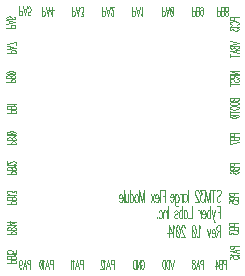
<source format=gbo>
G04 DipTrace 2.4.0.2*
%INSTM32.gbo*%
%MOMM*%
%ADD71C,0.111*%
%ADD72C,0.083*%
%FSLAX53Y53*%
G04*
G71*
G90*
G75*
G01*
%LNBotSilk*%
%LPD*%
X30614Y18244D2*
D71*
X30930D1*
Y17223D1*
Y17758D2*
X30736D1*
X30478Y17904D2*
X30333Y17223D1*
X30381Y17029D1*
X30430Y16931D1*
X30478Y16883D1*
X30503D1*
X30187Y17904D2*
X30333Y17223D1*
X30075Y18244D2*
Y17223D1*
Y17758D2*
X30027Y17856D1*
X29978Y17904D1*
X29905D1*
X29857Y17856D1*
X29808Y17758D1*
X29784Y17612D1*
Y17515D1*
X29808Y17369D1*
X29857Y17273D1*
X29905Y17223D1*
X29978D1*
X30027Y17273D1*
X30075Y17369D1*
X29673Y17612D2*
X29381D1*
Y17710D1*
X29406Y17807D1*
X29430Y17856D1*
X29479Y17904D1*
X29552D1*
X29600Y17856D1*
X29649Y17758D1*
X29673Y17612D1*
Y17515D1*
X29649Y17369D1*
X29600Y17273D1*
X29552Y17223D1*
X29479D1*
X29430Y17273D1*
X29381Y17369D1*
X29270Y17904D2*
Y17223D1*
Y17612D2*
X29246Y17758D1*
X29197Y17856D1*
X29149Y17904D1*
X29076D1*
X28516Y18244D2*
Y17223D1*
X28225D1*
X27822Y17904D2*
Y17223D1*
Y17758D2*
X27871Y17856D1*
X27920Y17904D1*
X27992D1*
X28041Y17856D1*
X28089Y17758D1*
X28114Y17612D1*
Y17515D1*
X28089Y17369D1*
X28041Y17273D1*
X27992Y17223D1*
X27920D1*
X27871Y17273D1*
X27822Y17369D1*
X27711Y18244D2*
Y17223D1*
Y17758D2*
X27662Y17856D1*
X27614Y17904D1*
X27541D1*
X27493Y17856D1*
X27444Y17758D1*
X27420Y17612D1*
Y17515D1*
X27444Y17369D1*
X27493Y17273D1*
X27541Y17223D1*
X27614D1*
X27662Y17273D1*
X27711Y17369D1*
X27041Y17758D2*
X27066Y17856D1*
X27139Y17904D1*
X27212D1*
X27285Y17856D1*
X27309Y17758D1*
X27285Y17661D1*
X27236Y17612D1*
X27114Y17564D1*
X27066Y17515D1*
X27041Y17418D1*
Y17369D1*
X27066Y17273D1*
X27139Y17223D1*
X27212D1*
X27285Y17273D1*
X27309Y17369D1*
X26482Y18244D2*
Y17223D1*
X26371Y17904D2*
Y17223D1*
Y17710D2*
X26298Y17856D1*
X26249Y17904D1*
X26177D1*
X26128Y17856D1*
X26104Y17710D1*
Y17223D1*
X25701Y17758D2*
X25750Y17856D1*
X25798Y17904D1*
X25871D1*
X25920Y17856D1*
X25968Y17758D1*
X25993Y17612D1*
Y17515D1*
X25968Y17369D1*
X25920Y17273D1*
X25871Y17223D1*
X25798D1*
X25750Y17273D1*
X25701Y17369D1*
X25565Y17321D2*
X25590Y17272D1*
X25565Y17223D1*
X25541Y17272D1*
X25565Y17321D1*
X30933Y16153D2*
X30715D1*
X30642Y16202D1*
X30617Y16251D1*
X30593Y16347D1*
Y16445D1*
X30617Y16541D1*
X30642Y16591D1*
X30715Y16639D1*
X30933D1*
Y15618D1*
X30763Y16153D2*
X30593Y15618D1*
X30482Y16007D2*
X30190D1*
Y16105D1*
X30214Y16202D1*
X30239Y16251D1*
X30287Y16299D1*
X30360D1*
X30409Y16251D1*
X30458Y16153D1*
X30482Y16007D1*
Y15910D1*
X30458Y15764D1*
X30409Y15668D1*
X30360Y15618D1*
X30287D1*
X30239Y15668D1*
X30190Y15764D1*
X30079Y16299D2*
X29933Y15618D1*
X29788Y16299D1*
X29229Y16444D2*
X29180Y16493D1*
X29107Y16638D1*
Y15618D1*
X28971Y15716D2*
X28996Y15667D1*
X28971Y15618D1*
X28947Y15667D1*
X28971Y15716D1*
X28690Y16638D2*
X28763Y16590D1*
X28812Y16444D1*
X28836Y16201D1*
Y16055D1*
X28812Y15813D1*
X28763Y15667D1*
X28690Y15618D1*
X28641D1*
X28568Y15667D1*
X28520Y15813D1*
X28495Y16055D1*
Y16201D1*
X28520Y16444D1*
X28568Y16590D1*
X28641Y16638D1*
X28690D1*
X28520Y16444D2*
X28812Y15813D1*
X27912Y16395D2*
Y16444D1*
X27887Y16541D1*
X27863Y16590D1*
X27814Y16638D1*
X27717D1*
X27669Y16590D1*
X27645Y16541D1*
X27620Y16444D1*
Y16347D1*
X27645Y16249D1*
X27693Y16105D1*
X27936Y15618D1*
X27596D1*
X27339Y16638D2*
X27412Y16590D1*
X27461Y16444D1*
X27485Y16201D1*
Y16055D1*
X27461Y15813D1*
X27412Y15667D1*
X27339Y15618D1*
X27291D1*
X27218Y15667D1*
X27169Y15813D1*
X27145Y16055D1*
Y16201D1*
X27169Y16444D1*
X27218Y16590D1*
X27291Y16638D1*
X27339D1*
X27169Y16444D2*
X27461Y15813D1*
X27033Y16444D2*
X26985Y16493D1*
X26912Y16638D1*
Y15618D1*
X26557D2*
Y16638D1*
X26800Y15959D1*
X26436D1*
X30619Y19508D2*
X30667Y19606D1*
X30740Y19654D1*
X30837D1*
X30910Y19606D1*
X30959Y19508D1*
Y19412D1*
X30935Y19314D1*
X30910Y19266D1*
X30862Y19217D1*
X30716Y19120D1*
X30667Y19071D1*
X30643Y19022D1*
X30619Y18925D1*
Y18779D1*
X30667Y18683D1*
X30740Y18633D1*
X30837D1*
X30910Y18683D1*
X30959Y18779D1*
X30338Y19654D2*
Y18633D1*
X30508Y19654D2*
X30168D1*
X29668Y18633D2*
Y19654D1*
X29862Y18633D1*
X30057Y19654D1*
Y18633D1*
X29508Y19653D2*
X29241D1*
X29387Y19265D1*
X29314D1*
X29265Y19216D1*
X29241Y19168D1*
X29217Y19022D1*
Y18925D1*
X29241Y18779D1*
X29290Y18682D1*
X29363Y18633D1*
X29436D1*
X29508Y18682D1*
X29532Y18731D1*
X29557Y18828D1*
X29081Y19411D2*
Y19459D1*
X29057Y19557D1*
X29032Y19605D1*
X28984Y19653D1*
X28886D1*
X28838Y19605D1*
X28814Y19557D1*
X28789Y19459D1*
Y19362D1*
X28814Y19265D1*
X28862Y19120D1*
X29105Y18633D1*
X28765D1*
X28206Y19654D2*
Y18633D1*
X27803Y19314D2*
Y18633D1*
Y19168D2*
X27852Y19266D1*
X27901Y19314D1*
X27973D1*
X28022Y19266D1*
X28070Y19168D1*
X28095Y19022D1*
Y18925D1*
X28070Y18779D1*
X28022Y18683D1*
X27973Y18633D1*
X27901D1*
X27852Y18683D1*
X27803Y18779D1*
X27692Y19314D2*
Y18633D1*
Y19022D2*
X27668Y19168D1*
X27619Y19266D1*
X27570Y19314D1*
X27497D1*
X27095Y19266D2*
Y18487D1*
X27119Y18342D1*
X27143Y18293D1*
X27192Y18245D1*
X27265D1*
X27313Y18293D1*
X27095Y19120D2*
X27143Y19216D1*
X27192Y19266D1*
X27265D1*
X27313Y19216D1*
X27362Y19120D1*
X27386Y18974D1*
Y18876D1*
X27362Y18731D1*
X27313Y18633D1*
X27265Y18585D1*
X27192D1*
X27143Y18633D1*
X27095Y18731D1*
X26984Y19022D2*
X26692D1*
Y19120D1*
X26717Y19217D1*
X26741Y19266D1*
X26790Y19314D1*
X26863D1*
X26911Y19266D1*
X26960Y19168D1*
X26984Y19022D1*
Y18925D1*
X26960Y18779D1*
X26911Y18683D1*
X26863Y18633D1*
X26790D1*
X26741Y18683D1*
X26692Y18779D1*
X25918Y19608D2*
X26234D1*
Y18587D1*
Y19122D2*
X26040D1*
X25807Y19608D2*
Y18587D1*
X25696Y18976D2*
X25404D1*
Y19073D1*
X25428Y19171D1*
X25453Y19219D1*
X25501Y19268D1*
X25574D1*
X25623Y19219D1*
X25672Y19122D1*
X25696Y18976D1*
Y18879D1*
X25672Y18733D1*
X25623Y18636D1*
X25574Y18587D1*
X25501D1*
X25453Y18636D1*
X25404Y18733D1*
X25293Y19268D2*
X25026Y18587D1*
Y19268D2*
X25293Y18587D1*
X24078D2*
Y19608D1*
X24272Y18587D1*
X24467Y19608D1*
Y18587D1*
X23846Y19268D2*
X23894Y19219D1*
X23943Y19122D1*
X23967Y18976D1*
Y18879D1*
X23943Y18733D1*
X23894Y18636D1*
X23846Y18587D1*
X23773D1*
X23724Y18636D1*
X23676Y18733D1*
X23651Y18879D1*
Y18976D1*
X23676Y19122D1*
X23724Y19219D1*
X23773Y19268D1*
X23846D1*
X23248Y19608D2*
Y18587D1*
Y19122D2*
X23297Y19219D1*
X23345Y19268D1*
X23418D1*
X23467Y19219D1*
X23516Y19122D1*
X23540Y18976D1*
Y18879D1*
X23516Y18733D1*
X23467Y18636D1*
X23418Y18587D1*
X23345D1*
X23297Y18636D1*
X23248Y18733D1*
X23137Y19268D2*
Y18781D1*
X23113Y18636D1*
X23064Y18587D1*
X22991D1*
X22943Y18636D1*
X22870Y18781D1*
Y19268D2*
Y18587D1*
X22759Y19608D2*
Y18587D1*
X22648Y18976D2*
X22356D1*
Y19073D1*
X22380Y19171D1*
X22405Y19219D1*
X22453Y19268D1*
X22526D1*
X22575Y19219D1*
X22624Y19122D1*
X22648Y18976D1*
Y18879D1*
X22624Y18733D1*
X22575Y18636D1*
X22526Y18587D1*
X22453D1*
X22405Y18636D1*
X22356Y18733D1*
X13204Y13441D2*
D72*
Y13606D1*
X13241Y13660D1*
X13278Y13678D1*
X13350Y13696D1*
X13460D1*
X13532Y13678D1*
X13569Y13660D1*
X13605Y13606D1*
Y13441D1*
X12840D1*
X13605Y13780D2*
X12840D1*
Y13944D1*
X12877Y13999D1*
X12913Y14017D1*
X12985Y14035D1*
X13095D1*
X13168Y14017D1*
X13204Y13999D1*
X13241Y13944D1*
X13278Y13999D1*
X13314Y14017D1*
X13386Y14035D1*
X13460D1*
X13532Y14017D1*
X13569Y13999D1*
X13605Y13944D1*
Y13780D1*
X13241D2*
Y13944D1*
X13459Y14118D2*
X13496Y14155D1*
X13604Y14210D1*
X12840D1*
X13604Y14512D2*
Y14330D1*
X13277Y14312D1*
X13313Y14330D1*
X13350Y14384D1*
Y14439D1*
X13313Y14494D1*
X13241Y14530D1*
X13131Y14548D1*
X13059D1*
X12949Y14530D1*
X12876Y14494D1*
X12840Y14439D1*
Y14384D1*
X12876Y14330D1*
X12913Y14312D1*
X12985Y14293D1*
X13202Y15873D2*
Y16037D1*
X13238Y16091D1*
X13275Y16110D1*
X13347Y16128D1*
X13457D1*
X13529Y16110D1*
X13566Y16091D1*
X13603Y16037D1*
Y15873D1*
X12837D1*
X13603Y16211D2*
X12837D1*
Y16376D1*
X12874Y16430D1*
X12910Y16448D1*
X12983Y16467D1*
X13092D1*
X13165Y16448D1*
X13202Y16430D1*
X13238Y16376D1*
X13275Y16430D1*
X13311Y16448D1*
X13384Y16467D1*
X13457D1*
X13529Y16448D1*
X13566Y16430D1*
X13603Y16376D1*
Y16211D1*
X13238D2*
Y16376D1*
X13456Y16550D2*
X13493Y16586D1*
X13602Y16641D1*
X12837D1*
Y16907D2*
X13602D1*
X13092Y16725D1*
Y16998D1*
X13218Y18458D2*
Y18622D1*
X13255Y18676D1*
X13292Y18695D1*
X13364Y18713D1*
X13474D1*
X13546Y18695D1*
X13583Y18676D1*
X13619Y18622D1*
Y18458D1*
X12854D1*
X13619Y18796D2*
X12854D1*
Y18961D1*
X12891Y19015D1*
X12927Y19033D1*
X12999Y19052D1*
X13109D1*
X13182Y19033D1*
X13218Y19015D1*
X13255Y18961D1*
X13292Y19015D1*
X13328Y19033D1*
X13400Y19052D1*
X13474D1*
X13546Y19033D1*
X13583Y19015D1*
X13619Y18961D1*
Y18796D1*
X13255D2*
Y18961D1*
X13473Y19135D2*
X13510Y19172D1*
X13619Y19226D1*
X12854D1*
X13619Y19346D2*
Y19546D1*
X13327Y19437D1*
Y19492D1*
X13291Y19528D1*
X13255Y19546D1*
X13145Y19565D1*
X13073D1*
X12963Y19546D1*
X12890Y19510D1*
X12854Y19455D1*
Y19401D1*
X12890Y19346D1*
X12927Y19328D1*
X12999Y19310D1*
X13214Y20963D2*
Y21127D1*
X13251Y21182D1*
X13288Y21200D1*
X13360Y21218D1*
X13470D1*
X13542Y21200D1*
X13579Y21182D1*
X13615Y21127D1*
Y20963D1*
X12850D1*
X13615Y21302D2*
X12850D1*
Y21466D1*
X12887Y21521D1*
X12923Y21539D1*
X12995Y21557D1*
X13105D1*
X13178Y21539D1*
X13214Y21521D1*
X13251Y21466D1*
X13288Y21521D1*
X13324Y21539D1*
X13396Y21557D1*
X13470D1*
X13542Y21539D1*
X13579Y21521D1*
X13615Y21466D1*
Y21302D1*
X13251D2*
Y21466D1*
X13469Y21640D2*
X13506Y21677D1*
X13615Y21732D1*
X12850D1*
X13433Y21833D2*
X13469D1*
X13542Y21852D1*
X13578Y21870D1*
X13615Y21906D1*
Y21979D1*
X13578Y22015D1*
X13542Y22033D1*
X13469Y22052D1*
X13396D1*
X13323Y22033D1*
X13215Y21997D1*
X12850Y21815D1*
Y22070D1*
X13211Y23483D2*
Y23647D1*
X13248Y23701D1*
X13285Y23720D1*
X13357Y23738D1*
X13467D1*
X13539Y23720D1*
X13576Y23701D1*
X13612Y23647D1*
Y23483D1*
X12847D1*
X13612Y23821D2*
X12847D1*
Y23986D1*
X12884Y24040D1*
X12920Y24059D1*
X12992Y24077D1*
X13102D1*
X13175Y24059D1*
X13211Y24040D1*
X13248Y23986D1*
X13285Y24040D1*
X13321Y24059D1*
X13393Y24077D1*
X13467D1*
X13539Y24059D1*
X13576Y24040D1*
X13612Y23986D1*
Y23821D1*
X13248D2*
Y23986D1*
X13466Y24160D2*
X13503Y24197D1*
X13611Y24251D1*
X12847D1*
X13611Y24444D2*
X13575Y24389D1*
X13466Y24353D1*
X13284Y24335D1*
X13174D1*
X12992Y24353D1*
X12883Y24389D1*
X12847Y24444D1*
Y24480D1*
X12883Y24535D1*
X12992Y24571D1*
X13174Y24590D1*
X13284D1*
X13466Y24571D1*
X13575Y24535D1*
X13611Y24480D1*
Y24444D1*
X13466Y24571D2*
X12992Y24353D1*
X13171Y33375D2*
Y33539D1*
X13208Y33593D1*
X13245Y33612D1*
X13317Y33630D1*
X13427D1*
X13499Y33612D1*
X13536Y33593D1*
X13572Y33539D1*
Y33375D1*
X12807D1*
Y34005D2*
X13572Y33859D1*
X12807Y33713D1*
X13062Y33768D2*
Y33950D1*
X13463Y34307D2*
X13535Y34289D1*
X13572Y34234D1*
Y34198D1*
X13535Y34143D1*
X13426Y34107D1*
X13244Y34088D1*
X13062D1*
X12916Y34107D1*
X12843Y34143D1*
X12807Y34198D1*
Y34216D1*
X12843Y34270D1*
X12916Y34307D1*
X13026Y34325D1*
X13062D1*
X13171Y34307D1*
X13244Y34270D1*
X13280Y34216D1*
Y34198D1*
X13244Y34143D1*
X13171Y34107D1*
X13062Y34088D1*
X13187Y31208D2*
Y31373D1*
X13224Y31427D1*
X13261Y31445D1*
X13333Y31464D1*
X13443D1*
X13515Y31445D1*
X13552Y31427D1*
X13588Y31373D1*
Y31208D1*
X12823D1*
Y31839D2*
X13588Y31693D1*
X12823Y31547D1*
X13078Y31602D2*
Y31784D1*
X12823Y31995D2*
X13587Y32177D1*
Y31922D1*
X13180Y28739D2*
Y28903D1*
X13216Y28957D1*
X13253Y28976D1*
X13326Y28994D1*
X13435D1*
X13508Y28976D1*
X13545Y28957D1*
X13581Y28903D1*
Y28739D1*
X12815D1*
X13581Y29077D2*
X12815D1*
Y29241D1*
X12852Y29296D1*
X12889Y29314D1*
X12961Y29332D1*
X13071D1*
X13144Y29314D1*
X13180Y29296D1*
X13216Y29241D1*
X13253Y29296D1*
X13290Y29314D1*
X13362Y29332D1*
X13435D1*
X13508Y29314D1*
X13545Y29296D1*
X13581Y29241D1*
Y29077D1*
X13216D2*
Y29241D1*
X13580Y29525D2*
X13544Y29470D1*
X13435Y29434D1*
X13253Y29416D1*
X13143D1*
X12961Y29434D1*
X12852Y29470D1*
X12815Y29525D1*
Y29561D1*
X12852Y29616D1*
X12961Y29652D1*
X13143Y29671D1*
X13253D1*
X13435Y29652D1*
X13544Y29616D1*
X13580Y29561D1*
Y29525D1*
X13435Y29652D2*
X12961Y29434D1*
X13201Y26180D2*
Y26344D1*
X13237Y26398D1*
X13274Y26417D1*
X13346Y26435D1*
X13456D1*
X13528Y26417D1*
X13565Y26398D1*
X13602Y26344D1*
Y26180D1*
X12836D1*
X13602Y26518D2*
X12836D1*
Y26682D1*
X12873Y26737D1*
X12909Y26755D1*
X12982Y26773D1*
X13091D1*
X13165Y26755D1*
X13201Y26737D1*
X13237Y26682D1*
X13274Y26737D1*
X13310Y26755D1*
X13383Y26773D1*
X13456D1*
X13528Y26755D1*
X13565Y26737D1*
X13602Y26682D1*
Y26518D1*
X13237D2*
Y26682D1*
X13455Y26857D2*
X13492Y26893D1*
X13601Y26948D1*
X12836D1*
X31413Y13341D2*
X31249D1*
X31194Y13377D1*
X31176Y13415D1*
X31158Y13487D1*
Y13596D1*
X31176Y13669D1*
X31194Y13706D1*
X31249Y13742D1*
X31413D1*
Y12977D1*
X31074Y13742D2*
Y12977D1*
X30910D1*
X30855Y13014D1*
X30837Y13050D1*
X30819Y13122D1*
Y13232D1*
X30837Y13305D1*
X30855Y13341D1*
X30910Y13377D1*
X30855Y13415D1*
X30837Y13451D1*
X30819Y13523D1*
Y13596D1*
X30837Y13669D1*
X30855Y13706D1*
X30910Y13742D1*
X31074D1*
Y13377D2*
X30910D1*
X30553Y12977D2*
Y13741D1*
X30736Y13232D1*
X30463D1*
X29485Y13327D2*
X29321D1*
X29267Y13363D1*
X29248Y13400D1*
X29230Y13473D1*
Y13582D1*
X29248Y13655D1*
X29267Y13692D1*
X29321Y13728D1*
X29485D1*
Y12962D1*
X28855D2*
X29001Y13728D1*
X29147Y12962D1*
X29092Y13218D2*
X28910D1*
X28681Y13727D2*
X28735Y13691D1*
X28753Y13618D1*
Y13545D1*
X28735Y13473D1*
X28699Y13436D1*
X28626Y13399D1*
X28571Y13363D1*
X28535Y13290D1*
X28517Y13218D1*
Y13108D1*
X28535Y13036D1*
X28553Y12999D1*
X28608Y12962D1*
X28681D1*
X28735Y12999D1*
X28753Y13036D1*
X28772Y13108D1*
Y13218D1*
X28753Y13290D1*
X28717Y13363D1*
X28662Y13399D1*
X28590Y13436D1*
X28553Y13473D1*
X28535Y13545D1*
Y13618D1*
X28553Y13691D1*
X28608Y13727D1*
X28681D1*
X16747Y13335D2*
X16582D1*
X16528Y13372D1*
X16509Y13409D1*
X16491Y13481D1*
Y13591D1*
X16509Y13663D1*
X16528Y13700D1*
X16582Y13736D1*
X16747D1*
Y12971D1*
X16116D2*
X16262Y13736D1*
X16408Y12971D1*
X16353Y13226D2*
X16171D1*
X16033Y13590D2*
X15996Y13627D1*
X15941Y13736D1*
Y12971D1*
X15749Y13736D2*
X15803Y13699D1*
X15840Y13590D1*
X15858Y13408D1*
Y13298D1*
X15840Y13116D1*
X15803Y13007D1*
X15749Y12971D1*
X15712D1*
X15658Y13007D1*
X15621Y13116D1*
X15603Y13298D1*
Y13408D1*
X15621Y13590D1*
X15658Y13699D1*
X15712Y13736D1*
X15749D1*
X15621Y13590D2*
X15840Y13116D1*
X19282Y13335D2*
X19118D1*
X19064Y13371D1*
X19045Y13408D1*
X19027Y13481D1*
Y13590D1*
X19045Y13662D1*
X19064Y13700D1*
X19118Y13736D1*
X19282D1*
Y12970D1*
X18652D2*
X18798Y13736D1*
X18944Y12970D1*
X18889Y13225D2*
X18707D1*
X18569Y13589D2*
X18532Y13626D1*
X18477Y13735D1*
Y12970D1*
X18394Y13589D2*
X18357Y13626D1*
X18302Y13735D1*
Y12970D1*
X21912Y13343D2*
X21748D1*
X21693Y13380D1*
X21675Y13417D1*
X21657Y13489D1*
Y13599D1*
X21675Y13671D1*
X21693Y13708D1*
X21748Y13744D1*
X21912D1*
Y12979D1*
X21281D2*
X21428Y13744D1*
X21573Y12979D1*
X21519Y13234D2*
X21336D1*
X21198Y13598D2*
X21161Y13635D1*
X21107Y13744D1*
Y12979D1*
X21005Y13562D2*
Y13598D1*
X20987Y13671D1*
X20969Y13707D1*
X20932Y13744D1*
X20859D1*
X20823Y13707D1*
X20805Y13671D1*
X20786Y13598D1*
Y13525D1*
X20805Y13452D1*
X20841Y13343D1*
X21023Y12979D1*
X20768D1*
X24183Y13531D2*
X24201Y13603D1*
X24238Y13676D1*
X24274Y13712D1*
X24347D1*
X24383Y13676D1*
X24420Y13603D1*
X24438Y13531D1*
X24456Y13421D1*
Y13238D1*
X24438Y13130D1*
X24420Y13056D1*
X24383Y12984D1*
X24347Y12947D1*
X24274D1*
X24238Y12984D1*
X24201Y13056D1*
X24183Y13130D1*
Y13238D1*
X24274D1*
X23844Y13712D2*
Y12947D1*
X24100Y13712D1*
Y12947D1*
X23761Y13712D2*
Y12947D1*
X23633D1*
X23579Y12984D1*
X23542Y13056D1*
X23524Y13130D1*
X23506Y13238D1*
Y13421D1*
X23524Y13531D1*
X23542Y13603D1*
X23579Y13676D1*
X23633Y13712D1*
X23761D1*
X26971Y13738D2*
X26825Y12972D1*
X26679Y13738D1*
X26596D2*
Y12972D1*
X26468D1*
X26414Y13009D1*
X26377Y13082D1*
X26359Y13155D1*
X26341Y13264D1*
Y13446D1*
X26359Y13556D1*
X26377Y13628D1*
X26414Y13702D1*
X26468Y13738D1*
X26596D1*
X26257D2*
Y12972D1*
X26130D1*
X26075Y13009D1*
X26038Y13082D1*
X26020Y13155D1*
X26002Y13264D1*
Y13446D1*
X26020Y13556D1*
X26038Y13628D1*
X26075Y13702D1*
X26130Y13738D1*
X26257D1*
X14839Y13335D2*
X14675D1*
X14620Y13371D1*
X14602Y13408D1*
X14584Y13480D1*
Y13590D1*
X14602Y13662D1*
X14620Y13699D1*
X14675Y13735D1*
X14839D1*
Y12970D1*
X14209D2*
X14355Y13735D1*
X14500Y12970D1*
X14446Y13225D2*
X14263D1*
X13888Y13480D2*
X13907Y13371D1*
X13943Y13297D1*
X13998Y13261D1*
X14016D1*
X14070Y13297D1*
X14107Y13371D1*
X14125Y13480D1*
Y13516D1*
X14107Y13626D1*
X14070Y13698D1*
X14016Y13735D1*
X13998D1*
X13943Y13698D1*
X13907Y13626D1*
X13888Y13480D1*
Y13297D1*
X13907Y13116D1*
X13943Y13006D1*
X13998Y12970D1*
X14034D1*
X14089Y13006D1*
X14107Y13079D1*
X31721Y29449D2*
X32487D1*
X31721Y29705D1*
X32487D1*
X32086Y29366D2*
Y29202D1*
X32049Y29148D1*
X32013Y29129D1*
X31940Y29111D1*
X31867D1*
X31795Y29129D1*
X31757Y29148D1*
X31721Y29202D1*
Y29366D1*
X32487D1*
X32086Y29239D2*
X32487Y29111D1*
X31831Y28772D2*
X31757Y28809D1*
X31721Y28863D1*
Y28936D1*
X31757Y28991D1*
X31831Y29028D1*
X31903D1*
X31976Y29009D1*
X32013Y28991D1*
X32049Y28955D1*
X32122Y28845D1*
X32158Y28809D1*
X32195Y28790D1*
X32268Y28772D1*
X32377D1*
X32450Y28809D1*
X32487Y28863D1*
Y28936D1*
X32450Y28991D1*
X32377Y29028D1*
X31721Y28561D2*
X32487D1*
X31721Y28689D2*
Y28434D1*
X31708Y27443D2*
X32473D1*
Y27278D1*
X32436Y27224D1*
X32400Y27206D1*
X32328Y27187D1*
X32218D1*
X32145Y27206D1*
X32109Y27224D1*
X32073Y27278D1*
X32035Y27224D1*
X31999Y27206D1*
X31927Y27187D1*
X31854D1*
X31781Y27206D1*
X31744Y27224D1*
X31708Y27278D1*
Y27443D1*
X32073D2*
Y27278D1*
X31708Y26995D2*
X31744Y27031D1*
X31817Y27068D1*
X31890Y27086D1*
X31999Y27104D1*
X32182D1*
X32291Y27086D1*
X32364Y27068D1*
X32436Y27031D1*
X32473Y26995D1*
Y26922D1*
X32436Y26886D1*
X32364Y26849D1*
X32291Y26831D1*
X32182Y26813D1*
X31999D1*
X31890Y26831D1*
X31817Y26849D1*
X31744Y26886D1*
X31708Y26922D1*
Y26995D1*
Y26620D2*
X31744Y26657D1*
X31817Y26693D1*
X31890Y26711D1*
X31999Y26729D1*
X32182D1*
X32291Y26711D1*
X32364Y26693D1*
X32436Y26657D1*
X32473Y26620D1*
Y26547D1*
X32436Y26511D1*
X32364Y26474D1*
X32291Y26456D1*
X32182Y26438D1*
X31999D1*
X31890Y26456D1*
X31817Y26474D1*
X31744Y26511D1*
X31708Y26547D1*
Y26620D1*
Y26227D2*
X32473D1*
X31708Y26355D2*
Y26099D1*
X31709Y25907D2*
X31745Y25961D1*
X31854Y25998D1*
X32036Y26016D1*
X32146D1*
X32328Y25998D1*
X32437Y25961D1*
X32473Y25907D1*
Y25870D1*
X32437Y25816D1*
X32328Y25779D1*
X32146Y25761D1*
X32036D1*
X31854Y25779D1*
X31745Y25816D1*
X31709Y25870D1*
Y25907D1*
X31854Y25779D2*
X32328Y25998D1*
X32098Y19383D2*
Y19218D1*
X32061Y19164D1*
X32024Y19146D1*
X31952Y19127D1*
X31842D1*
X31770Y19146D1*
X31733Y19164D1*
X31697Y19218D1*
Y19383D1*
X32462D1*
X31697Y19044D2*
X32462D1*
Y18880D1*
X32425Y18825D1*
X32389Y18807D1*
X32317Y18789D1*
X32207D1*
X32134Y18807D1*
X32098Y18825D1*
X32061Y18880D1*
X32024Y18825D1*
X31988Y18807D1*
X31916Y18789D1*
X31842D1*
X31770Y18807D1*
X31733Y18825D1*
X31697Y18880D1*
Y19044D1*
X32061D2*
Y18880D1*
X31697Y18487D2*
Y18669D1*
X32025Y18687D1*
X31989Y18669D1*
X31952Y18614D1*
Y18560D1*
X31989Y18505D1*
X32061Y18468D1*
X32171Y18450D1*
X32243D1*
X32353Y18468D1*
X32426Y18505D1*
X32462Y18560D1*
Y18614D1*
X32426Y18669D1*
X32389Y18687D1*
X32317Y18706D1*
X32106Y21926D2*
Y21761D1*
X32070Y21707D1*
X32033Y21689D1*
X31960Y21671D1*
X31851D1*
X31778Y21689D1*
X31741Y21707D1*
X31705Y21761D1*
Y21926D1*
X32471D1*
X31705Y21587D2*
X32471D1*
Y21423D1*
X32434Y21368D1*
X32397Y21350D1*
X32325Y21332D1*
X32215D1*
X32142Y21350D1*
X32106Y21368D1*
X32070Y21423D1*
X32033Y21368D1*
X31996Y21350D1*
X31924Y21332D1*
X31851D1*
X31778Y21350D1*
X31741Y21368D1*
X31705Y21423D1*
Y21587D1*
X32070D2*
Y21423D1*
X31815Y21030D2*
X31742Y21048D1*
X31706Y21103D1*
Y21139D1*
X31742Y21194D1*
X31852Y21231D1*
X32034Y21249D1*
X32215D1*
X32361Y21231D1*
X32434Y21194D1*
X32471Y21139D1*
Y21121D1*
X32434Y21067D1*
X32361Y21030D1*
X32252Y21012D1*
X32215D1*
X32106Y21030D1*
X32034Y21067D1*
X31997Y21121D1*
Y21139D1*
X32034Y21194D1*
X32106Y21231D1*
X32215Y21249D1*
X32107Y24431D2*
Y24267D1*
X32070Y24213D1*
X32033Y24194D1*
X31961Y24176D1*
X31851D1*
X31779Y24194D1*
X31742Y24213D1*
X31706Y24267D1*
Y24431D1*
X32471D1*
X31706Y24093D2*
X32471D1*
Y23929D1*
X32434Y23874D1*
X32398Y23856D1*
X32326Y23838D1*
X32216D1*
X32143Y23856D1*
X32107Y23874D1*
X32070Y23929D1*
X32033Y23874D1*
X31997Y23856D1*
X31925Y23838D1*
X31851D1*
X31779Y23856D1*
X31742Y23874D1*
X31706Y23929D1*
Y24093D1*
X32070D2*
Y23929D1*
X32471Y23681D2*
X31706Y23499D1*
Y23754D1*
X32092Y16828D2*
Y16664D1*
X32056Y16610D1*
X32019Y16591D1*
X31947Y16573D1*
X31837D1*
X31765Y16591D1*
X31728Y16610D1*
X31691Y16664D1*
Y16828D1*
X32457D1*
X31691Y16490D2*
X32457D1*
Y16326D1*
X32420Y16271D1*
X32384Y16253D1*
X32311Y16235D1*
X32202D1*
X32129Y16253D1*
X32092Y16271D1*
X32056Y16326D1*
X32019Y16271D1*
X31983Y16253D1*
X31910Y16235D1*
X31837D1*
X31765Y16253D1*
X31728Y16271D1*
X31691Y16326D1*
Y16490D1*
X32056D2*
Y16326D1*
X31692Y16115D2*
Y15915D1*
X31984Y16024D1*
Y15969D1*
X32020Y15933D1*
X32056Y15915D1*
X32166Y15896D1*
X32238D1*
X32348Y15915D1*
X32421Y15951D1*
X32457Y16006D1*
Y16060D1*
X32421Y16115D1*
X32384Y16133D1*
X32311Y16151D1*
X32108Y14922D2*
Y14758D1*
X32072Y14704D1*
X32035Y14685D1*
X31962Y14667D1*
X31853D1*
X31780Y14685D1*
X31743Y14704D1*
X31707Y14758D1*
Y14922D1*
X32473D1*
Y14292D2*
X31707Y14438D1*
X32473Y14584D1*
X32217Y14529D2*
Y14347D1*
X31853Y14209D2*
X31816Y14172D1*
X31708Y14117D1*
X32473D1*
X31708Y13815D2*
Y13997D1*
X32035Y14015D1*
X31999Y13997D1*
X31962Y13942D1*
Y13888D1*
X31999Y13833D1*
X32072Y13797D1*
X32181Y13779D1*
X32254D1*
X32363Y13797D1*
X32436Y13833D1*
X32473Y13888D1*
Y13942D1*
X32436Y13997D1*
X32399Y14015D1*
X32327Y14034D1*
X31721Y32228D2*
X32487Y32082D1*
X31721Y31936D1*
Y31853D2*
X32487D1*
Y31689D1*
X32450Y31634D1*
X32414Y31616D1*
X32341Y31598D1*
X32232D1*
X32158Y31616D1*
X32122Y31634D1*
X32086Y31689D1*
X32049Y31634D1*
X32013Y31616D1*
X31940Y31598D1*
X31867D1*
X31795Y31616D1*
X31758Y31634D1*
X31721Y31689D1*
Y31853D1*
X32086D2*
Y31689D1*
X32487Y31223D2*
X31721Y31369D1*
X32487Y31515D1*
X32232Y31460D2*
Y31277D1*
X31721Y31012D2*
X32487D1*
X31721Y31139D2*
Y30884D1*
X32124Y34240D2*
Y34076D1*
X32088Y34022D1*
X32051Y34003D1*
X31979Y33985D1*
X31869D1*
X31797Y34003D1*
X31760Y34022D1*
X31723Y34076D1*
Y34240D1*
X32489D1*
X31905Y33628D2*
X31833Y33646D1*
X31760Y33683D1*
X31723Y33719D1*
Y33792D1*
X31760Y33829D1*
X31833Y33865D1*
X31905Y33883D1*
X32015Y33902D1*
X32198D1*
X32306Y33883D1*
X32380Y33865D1*
X32452Y33829D1*
X32489Y33792D1*
Y33719D1*
X32452Y33683D1*
X32380Y33646D1*
X32306Y33628D1*
X31870Y33545D2*
X31833Y33508D1*
X31724Y33453D1*
X32489D1*
X31724Y33334D2*
Y33133D1*
X32016Y33243D1*
Y33188D1*
X32052Y33152D1*
X32088Y33133D1*
X32198Y33115D1*
X32270D1*
X32380Y33133D1*
X32453Y33170D1*
X32489Y33224D1*
Y33279D1*
X32453Y33334D1*
X32416Y33352D1*
X32343Y33370D1*
X28549Y34793D2*
X28713D1*
X28767Y34757D1*
X28786Y34720D1*
X28804Y34647D1*
Y34538D1*
X28786Y34465D1*
X28767Y34428D1*
X28713Y34392D1*
X28549D1*
Y35158D1*
X28887Y34392D2*
Y35158D1*
X29052D1*
X29106Y35121D1*
X29124Y35085D1*
X29142Y35012D1*
Y34903D1*
X29124Y34829D1*
X29106Y34793D1*
X29052Y34757D1*
X29106Y34720D1*
X29124Y34684D1*
X29142Y34611D1*
Y34538D1*
X29124Y34465D1*
X29106Y34428D1*
X29052Y34392D1*
X28887D1*
Y34757D2*
X29052D1*
X29463Y34647D2*
X29444Y34757D1*
X29408Y34830D1*
X29353Y34866D1*
X29335D1*
X29281Y34830D1*
X29244Y34757D1*
X29226Y34647D1*
Y34611D1*
X29244Y34502D1*
X29281Y34429D1*
X29335Y34393D1*
X29353D1*
X29408Y34429D1*
X29444Y34502D1*
X29463Y34647D1*
Y34830D1*
X29444Y35012D1*
X29408Y35122D1*
X29353Y35158D1*
X29317D1*
X29262Y35122D1*
X29244Y35048D1*
X30646Y34779D2*
X30810D1*
X30864Y34743D1*
X30883Y34706D1*
X30901Y34633D1*
Y34524D1*
X30883Y34452D1*
X30864Y34414D1*
X30810Y34378D1*
X30646D1*
Y35144D1*
X30984Y34378D2*
Y35144D1*
X31149D1*
X31203Y35107D1*
X31222Y35071D1*
X31240Y34998D1*
Y34889D1*
X31222Y34815D1*
X31203Y34779D1*
X31149Y34743D1*
X31203Y34706D1*
X31222Y34670D1*
X31240Y34597D1*
Y34524D1*
X31222Y34452D1*
X31203Y34414D1*
X31149Y34378D1*
X30984D1*
Y34743D2*
X31149D1*
X31414Y34379D2*
X31360Y34415D1*
X31341Y34488D1*
Y34561D1*
X31360Y34633D1*
X31396Y34671D1*
X31469Y34707D1*
X31523Y34743D1*
X31560Y34816D1*
X31578Y34889D1*
Y34998D1*
X31560Y35071D1*
X31542Y35108D1*
X31487Y35144D1*
X31414D1*
X31360Y35108D1*
X31341Y35071D1*
X31323Y34998D1*
Y34889D1*
X31341Y34816D1*
X31378Y34743D1*
X31432Y34707D1*
X31505Y34671D1*
X31542Y34633D1*
X31560Y34561D1*
Y34488D1*
X31542Y34415D1*
X31487Y34379D1*
X31414D1*
X25962Y34791D2*
X26127D1*
X26181Y34755D1*
X26199Y34718D1*
X26218Y34645D1*
Y34536D1*
X26199Y34464D1*
X26181Y34426D1*
X26127Y34390D1*
X25962D1*
Y35156D1*
X26593D2*
X26447Y34390D1*
X26301Y35156D1*
X26356Y34901D2*
X26538D1*
X26786Y34391D2*
X26731Y34427D1*
X26694Y34537D1*
X26676Y34719D1*
Y34828D1*
X26694Y35010D1*
X26731Y35120D1*
X26786Y35156D1*
X26822D1*
X26877Y35120D1*
X26913Y35010D1*
X26931Y34828D1*
Y34719D1*
X26913Y34537D1*
X26877Y34427D1*
X26822Y34391D1*
X26786D1*
X26913Y34537D2*
X26694Y35010D1*
X23474Y34790D2*
X23638D1*
X23692Y34754D1*
X23711Y34716D1*
X23729Y34644D1*
Y34535D1*
X23711Y34462D1*
X23692Y34425D1*
X23638Y34389D1*
X23474D1*
Y35154D1*
X24104D2*
X23958Y34389D1*
X23812Y35154D1*
X23867Y34899D2*
X24049D1*
X24188Y34535D2*
X24224Y34498D1*
X24279Y34390D1*
Y35154D1*
X20922Y34797D2*
X21086D1*
X21141Y34761D1*
X21159Y34724D1*
X21177Y34652D1*
Y34542D1*
X21159Y34470D1*
X21141Y34433D1*
X21086Y34396D1*
X20922D1*
Y35162D1*
X21553D2*
X21407Y34396D1*
X21261Y35162D1*
X21316Y34907D2*
X21498D1*
X21655Y34579D2*
Y34543D1*
X21673Y34470D1*
X21691Y34433D1*
X21727Y34397D1*
X21800D1*
X21836Y34433D1*
X21855Y34470D1*
X21873Y34543D1*
Y34615D1*
X21855Y34689D1*
X21818Y34797D1*
X21636Y35162D1*
X21891D1*
X18349Y34782D2*
X18513D1*
X18568Y34746D1*
X18586Y34709D1*
X18604Y34636D1*
Y34527D1*
X18586Y34454D1*
X18568Y34417D1*
X18513Y34381D1*
X18349D1*
Y35147D1*
X18980D2*
X18834Y34381D1*
X18688Y35147D1*
X18743Y34892D2*
X18925D1*
X19100Y34382D2*
X19300D1*
X19191Y34673D1*
X19245D1*
X19282Y34710D1*
X19300Y34746D1*
X19318Y34855D1*
Y34928D1*
X19300Y35037D1*
X19263Y35111D1*
X19209Y35147D1*
X19154D1*
X19100Y35111D1*
X19082Y35074D1*
X19063Y35001D1*
X15814Y34799D2*
X15979D1*
X16033Y34762D1*
X16052Y34725D1*
X16070Y34653D1*
Y34543D1*
X16051Y34471D1*
X16033Y34434D1*
X15979Y34398D1*
X15814D1*
Y35163D1*
X16445D2*
X16299Y34398D1*
X16153Y35163D1*
X16208Y34908D2*
X16390D1*
X16710Y35163D2*
Y34399D1*
X16528Y34908D1*
X16801D1*
X13892Y34809D2*
X14056D1*
X14111Y34773D1*
X14129Y34736D1*
X14147Y34663D1*
Y34554D1*
X14129Y34481D1*
X14111Y34444D1*
X14056Y34408D1*
X13892D1*
Y35174D1*
X14522D2*
X14376Y34408D1*
X14231Y35174D1*
X14285Y34919D2*
X14468D1*
X14824Y34409D2*
X14642D1*
X14624Y34737D1*
X14642Y34700D1*
X14697Y34663D1*
X14751D1*
X14806Y34700D1*
X14843Y34773D1*
X14861Y34882D1*
Y34955D1*
X14843Y35064D1*
X14806Y35138D1*
X14751Y35174D1*
X14697D1*
X14642Y35138D1*
X14624Y35101D1*
X14606Y35028D1*
M02*

</source>
